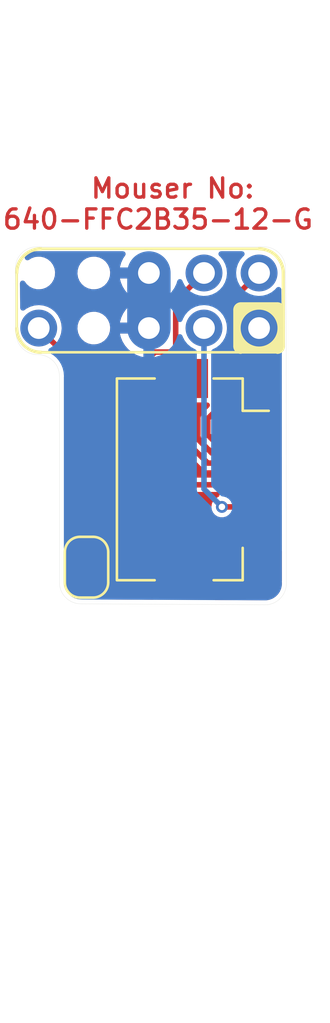
<source format=kicad_pcb>
(kicad_pcb (version 20211014) (generator pcbnew)
  (title_block (title "N64 RGB AMP") (date "2020-12-16") (rev "1.1") (company "TzorriMahm") (comment 3 "https://twitter.com/TzorriMahm") (comment 4 "https://github.com/TzorriMahm"))
  (layers (0 "F.Cu" signal) (31 "B.Cu" signal) (34 "B.Paste" user) (35 "F.Paste" user) (36 "B.SilkS" user "B.Silkscreen") (37 "F.SilkS" user "F.Silkscreen") (38 "B.Mask" user) (39 "F.Mask" user) (44 "Edge.Cuts" user))
  (net 0 "")
  (net 1 "GND")
  (net 2 "/RED_OUT")
  (net 3 "/GREEN_OUT")
  (net 4 "/BLUE_OUT")
  (net 5 "/CSYNC_OUT")
  (net 6 "Composite")
  (footprint "n64_rgb_amp:NintendoMultiAV_FB-gap" (layer "F.Cu") (at 147.355 99.055)
    (fp_text reference "MultiAV1" hide)
    (fp_text value "Nintendo MultiAV" hide)
    (fp_line (start -3.7084 -2.386) (end 6.35 -2.386) (layer "F.SilkS") (width 0.12))
    (fp_line (start 5.234 2.1082) (end 5.234 0.4318) (layer "F.SilkS") (width 0.15))
    (fp_line (start 7.1882 2.386) (end -3.7084 2.386) (layer "F.SilkS") (width 0.12))
    (fp_line (start 7.466 -1.27) (end 7.466 2.1082) (layer "F.SilkS") (width 0.15))
    (fp_line (start 5.5118 0.154) (end 7.2136 0.154) (layer "F.SilkS") (width 0.15))
    (fp_line (start -4.8244 -1.27) (end -4.8244 1.27) (layer "F.SilkS") (width 0.12))
    (fp_arc (start 5.5118 2.386) (mid 5.315366 2.304634) (end 5.234 2.1082) (layer "F.SilkS") (width 0.15))
    (fp_arc (start 5.234 0.4318) (mid 5.315366 0.235366) (end 5.5118 0.154) (layer "F.SilkS") (width 0.15))
    (fp_arc (start -3.7084 2.386) (mid -4.497531 2.059131) (end -4.8244 1.27) (layer "F.SilkS") (width 0.1524))
    (fp_arc (start -4.8244 -1.27) (mid -4.497531 -2.059131) (end -3.7084 -2.386) (layer "F.SilkS") (width 0.1524))
    (fp_arc (start 7.466 2.1082) (mid 7.384634 2.304634) (end 7.1882 2.386) (layer "F.SilkS") (width 0.1524))
    (fp_arc (start 7.1882 0.154) (mid 7.384634 0.235366) (end 7.466 0.4318) (layer "F.SilkS") (width 0.15))
    (fp_arc (start 6.35 -2.386) (mid 7.139131 -2.059131) (end 7.466 -1.27) (layer "F.SilkS") (width 0.1524))
    (fp_circle (center 6.35 1.27) (end 6.35 2.2) (layer "F.SilkS") (width 0.16) (fill none))
    (fp_circle (center 6.35 1.27) (end 6.35 2.356002) (layer "F.SilkS") (width 0.16) (fill none))
    (fp_poly (pts (xy 6.68 0.18) (xy 6.8 0.16) (xy 7.32 0.92) (xy 7.43 0.8) (xy 7.43 0.21) (xy 7.4 0.21)) (layer "F.SilkS") (width 0.15) (fill solid))
    (fp_poly (pts (xy 5.3 1.77) (xy 5.29 1.91) (xy 5.29 2.1) (xy 5.31 2.22) (xy 5.35 2.27) (xy 5.41 2.31) (xy 5.5 2.33) (xy 5.85 2.32)) (layer "F.SilkS") (width 0.15) (fill solid))
    (fp_poly (pts (xy 7.42 1.71) (xy 7.41 2.15) (xy 7.32 2.32) (xy 7.16 2.36) (xy 6.82 2.33)) (layer "F.SilkS") (width 0.15) (fill solid))
    (fp_poly (pts (xy 5.87 0.23) (xy 5.74 0.29) (xy 5.65 0.34) (xy 5.58 0.44) (xy 5.45 0.58) (xy 5.39 0.68) (xy 5.35 0.76) (xy 5.29 0.77) (xy 5.29 0.63) (xy 5.27 0.5) (xy 5.3 0.34) (xy 5.34 0.23) (xy 5.41 0.18) (xy 5.83 0.2)) (layer "F.SilkS") (width 0.15) (fill solid))
    (pad "" np_thru_hole circle (at -1.27 -1.27) (size 1 1) (drill 1) (layers *.Cu *.Mask))
    (pad "" np_thru_hole circle (at -3.81 -1.27) (size 1 1) (drill 1) (layers *.Cu *.Mask))
    (pad "" np_thru_hole oval (at -1.27 1.27) (size 1 1) (drill 1) (layers *.Cu *.Mask))
    (pad "1" thru_hole circle (at 6.35 1.27) (size 1.7 1.7) (drill 1) (layers *.Cu *.Mask) (net 2 "/RED_OUT"))
    (pad "2" thru_hole circle (at 6.35 -1.27) (size 1.7 1.7) (drill 1) (layers *.Cu *.Mask) (net 3 "/GREEN_OUT"))
    (pad "3" thru_hole oval (at 3.81 1.27) (size 1.7 1.7) (drill 1) (layers *.Cu *.Mask) (net 5 "/CSYNC_OUT"))
    (pad "4" thru_hole oval (at 3.81 -1.27) (size 1.7 1.7) (drill 1) (layers *.Cu *.Mask) (net 4 "/BLUE_OUT"))
    (pad "5" thru_hole oval (at 1.27 1.27) (size 1.7 1.7) (drill 1) (layers *.Cu *.Mask) (net 1 "GND"))
    (pad "6" thru_hole oval (at 1.27 -1.27) (size 1.7 1.7) (drill 1) (layers *.Cu *.Mask) (net 1 "GND"))
    (pad "10" thru_hole oval (at -3.81 1.27) (size 1.7 1.7) (drill 1) (layers *.Cu *.Mask) (net 6 "Composite"))
  )
  (footprint "Connector_FFC-FPC:Hirose_FH12-12S-0.5SH_1x12-1MP_P0.50mm_Horizontal" (layer "F.Cu") (at 151.65 107.3 -90)
    (fp_text reference "REF**" hide)
    (fp_text value "Hirose_FH12-12S-0.5SH_1x12-1MP_P0.50mm_Horizontal")
    (fp_line (start 4.65 4.5) (end 4.65 2.76) (layer "F.SilkS") (width 0.12))
    (fp_line (start -3.16 -1.3) (end -3.16 -2.5) (layer "F.SilkS") (width 0.12))
    (fp_line (start -3.16 -1.3) (end -4.65 -1.3) (layer "F.SilkS") (width 0.12))
    (fp_line (start -4.65 2.76) (end -4.65 4.5) (layer "F.SilkS") (width 0.12))
    (fp_line (start -4.65 -1.3) (end -4.65 0.04) (layer "F.SilkS") (width 0.12))
    (fp_line (start -4.65 4.5) (end 4.65 4.5) (layer "F.SilkS") (width 0.12))
    (fp_line (start 3.16 -1.3) (end 4.65 -1.3) (layer "F.SilkS") (width 0.12))
    (fp_line (start 4.65 -1.3) (end 4.65 0.04) (layer "F.SilkS") (width 0.12))
    (pad "1" smd rect (at -2.75 -1.85 270) (size 0.3 1.3) (layers "F.Cu" "F.Paste" "F.Mask"))
    (pad "2" smd rect (at -2.25 -1.85 270) (size 0.3 1.3) (layers "F.Cu" "F.Paste" "F.Mask") (net 1 "GND"))
    (pad "3" smd rect (at -1.75 -1.85 270) (size 0.3 1.3) (layers "F.Cu" "F.Paste" "F.Mask"))
    (pad "4" smd rect (at -1.25 -1.85 270) (size 0.3 1.3) (layers "F.Cu" "F.Paste" "F.Mask") (net 1 "GND"))
    (pad "5" smd rect (at -0.75 -1.85 270) (size 0.3 1.3) (layers "F.Cu" "F.Paste" "F.Mask"))
    (pad "6" smd rect (at -0.25 -1.85 270) (size 0.3 1.3) (layers "F.Cu" "F.Paste" "F.Mask") (net 1 "GND"))
    (pad "7" smd rect (at 0.25 -1.85 270) (size 0.3 1.3) (layers "F.Cu" "F.Paste" "F.Mask"))
    (pad "8" smd rect (at 0.75 -1.85 270) (size 0.3 1.3) (layers "F.Cu" "F.Paste" "F.Mask") (net 1 "GND"))
    (pad "9" smd rect (at 1.25 -1.85 270) (size 0.3 1.3) (layers "F.Cu" "F.Paste" "F.Mask"))
    (pad "10" smd rect (at 1.75 -1.85 270) (size 0.3 1.3) (layers "F.Cu" "F.Paste" "F.Mask") (net 1 "GND"))
    (pad "11" smd rect (at 2.25 -1.85 270) (size 0.3 1.3) (layers "F.Cu" "F.Paste" "F.Mask") (net 1 "GND"))
    (pad "12" smd rect (at 2.75 -1.85 270) (size 0.3 1.3) (layers "F.Cu" "F.Paste" "F.Mask") (net 1 "GND"))
    (pad "MP" smd rect (at 4.65 1.4 270) (size 1.8 2.2) (layers "F.Cu" "F.Paste" "F.Mask"))
    (pad "MP" smd rect (at -4.65 1.4 270) (size 1.8 2.2) (layers "F.Cu" "F.Paste" "F.Mask"))
  )
  (footprint "Jumper:SolderJumper-2_P1.3mm_Open_RoundedPad1.0x1.5mm" (layer "F.Cu") (at 145.75 111.35 90)
    (fp_text reference "REF**" hide)
    (fp_text value "SolderJumper-2_P1.3mm_Open_RoundedPad1.0x1.5mm")
    (fp_line (start -1.4 0.3) (end -1.4 -0.3) (layer "F.SilkS") (width 0.12))
    (fp_line (start 1.4 -0.3) (end 1.4 0.3) (layer "F.SilkS") (width 0.12))
    (fp_line (start 0.7 1) (end -0.7 1) (layer "F.SilkS") (width 0.12))
    (fp_line (start -0.7 -1) (end 0.7 -1) (layer "F.SilkS") (width 0.12))
    (fp_arc (start -1.4 -0.3) (mid -1.194975 -0.794975) (end -0.7 -1) (layer "F.SilkS") (width 0.12))
    (fp_arc (start -0.7 1) (mid -1.194975 0.794975) (end -1.4 0.3) (layer "F.SilkS") (width 0.12))
    (fp_arc (start 1.4 0.3) (mid 1.194975 0.794975) (end 0.7 1) (layer "F.SilkS") (width 0.12))
    (fp_arc (start 0.7 -1) (mid 1.194975 -0.794975) (end 1.4 -0.3) (layer "F.SilkS") (width 0.12))
    (pad "1" smd custom (at -0.65 0 90) (size 1 0.5) (layers "F.Cu" "F.Mask") (options (clearance outline) (anchor rect)) (primitives (gr_circle (center 0 0.25) (end 0.5 0.25) (width 0) (fill yes)) (gr_circle (center 0 -0.25) (end 0.5 -0.25) (width 0) (fill yes)) (gr_poly (pts (xy 0.5 0.75) (xy 0 0.75) (xy 0 -0.75) (xy 0.5 -0.75)) (width 0) (fill yes))))
    (pad "2" smd custom (at 0.65 0 90) (size 1 0.5) (layers "F.Cu" "F.Mask") (options (clearance outline) (anchor rect)) (primitives (gr_circle (center 0 0.25) (end 0.5 0.25) (width 0) (fill yes)) (gr_circle (center 0 -0.25) (end 0.5 -0.25) (width 0) (fill yes)) (gr_poly (pts (xy 0 0.75) (xy -0.5 0.75) (xy -0.5 -0.75) (xy 0 -0.75)) (width 0) (fill yes))))
  )
  (gr_arc (start 145.49 113.039964) (mid 144.789964 112.75) (end 144.5 112.049964) (layer "Edge.Cuts") (width 0.01))
  (gr_arc (start 143.5 101.55) (mid 142.792893 101.257107) (end 142.5 100.55) (layer "Edge.Cuts") (width 0.01))
  (gr_arc (start 153.922893 96.577107) (mid 154.63 96.87) (end 154.922893 97.577107) (layer "Edge.Cuts") (width 0.01))
  (gr_arc (start 142.467107 97.577107) (mid 142.76 96.87) (end 143.467107 96.577107) (layer "Edge.Cuts") (width 0.01))
  (gr_arc (start 154.96 112.01) (mid 154.732149 112.732644) (end 154.060046 113.082505) (layer "Edge.Cuts") (width 0.01))
  (gr_line (start 142.467107 97.577107) (end 142.5 100.54) (layer "Edge.Cuts") (width 0.01))
  (gr_line (start 144.499964 102.540036) (end 144.5 112.049964) (layer "Edge.Cuts") (width 0.01))
  (gr_line (start 143.467107 96.577107) (end 153.922893 96.577107) (layer "Edge.Cuts") (width 0.01))
  (gr_line (start 154.922893 97.577107) (end 154.955786 100.54) (layer "Edge.Cuts") (width 0.01))
  (gr_line (start 154.060046 113.082505) (end 145.49 113.039964) (layer "Edge.Cuts") (width 0.01))
  (gr_line (start 154.955786 100.54) (end 154.96 112.01) (layer "Edge.Cuts") (width 0.01))
  (gr_arc (start 143.509964 101.550036) (mid 144.21 101.84) (end 144.499964 102.540036) (layer "Edge.Cuts") (width 0.01))
  (gr_text " Mouser No:\n640-FFC2B35-12-G " (at 149.38 94.6) (layer "F.Cu") (effects (font (size 0.889 0.889) (thickness 0.1524))))
  (segment (start 146.56 112) (end 148.72 109.84) (width 0.254) (layer "F.Cu") (net 0))
  (segment (start 145.75 112) (end 146.56 112) (width 0.254) (layer "F.Cu") (net 0))
  (segment (start 148.72 109.84) (end 148.8 109.76) (width 0.254) (layer "F.Cu") (net 0))
  (segment (start 148.8 109.76) (end 148.8 108.85) (width 0.254) (layer "F.Cu") (net 0))
  (segment (start 153.48 105.07) (end 153.5 105.05) (width 0.254) (layer "F.Cu") (net 1))
  (segment (start 148.625 97.785) (end 148.625 100.325) (width 2) (layer "B.Cu") (net 1))
  (segment (start 154.45 103.9) (end 154.45 104.27) (width 0.254) (layer "F.Cu") (net 2))
  (segment (start 154.17 104.55) (end 153.5 104.55) (width 0.254) (layer "F.Cu") (net 2))
  (segment (start 154.45 104.27) (end 154.17 104.55) (width 0.254) (layer "F.Cu") (net 2))
  (segment (start 153.705 103.155) (end 154.45 103.9) (width 0.254) (layer "F.Cu") (net 2))
  (segment (start 153.705 100.325) (end 153.705 103.155) (width 0.254) (layer "F.Cu") (net 2))
  (segment (start 153.705 97.785) (end 152.35 99.14) (width 0.254) (layer "F.Cu") (net 3))
  (segment (start 152.35 99.14) (end 152.35 103.49) (width 0.254) (layer "F.Cu") (net 3))
  (segment (start 151.34 105.25) (end 151.64 105.55) (width 0.254) (layer "F.Cu") (net 3))
  (segment (start 152.35 103.49) (end 151.34 104.5) (width 0.254) (layer "F.Cu") (net 3))
  (segment (start 151.34 104.5) (end 151.34 105.25) (width 0.254) (layer "F.Cu") (net 3))
  (segment (start 151.64 105.55) (end 153.5 105.55) (width 0.254) (layer "F.Cu") (net 3))
  (segment (start 151.34 106.55) (end 153.5 106.55) (width 0.254) (layer "F.Cu") (net 4))
  (segment (start 149.61 101.43) (end 148.91 101.43) (width 0.254) (layer "F.Cu") (net 4))
  (segment (start 148.09 103.3) (end 151.34 106.55) (width 0.254) (layer "F.Cu") (net 4))
  (segment (start 149.86 99.09) (end 149.86 101.18) (width 0.254) (layer "F.Cu") (net 4))
  (segment (start 149.86 101.18) (end 149.61 101.43) (width 0.254) (layer "F.Cu") (net 4))
  (segment (start 148.09 102.25) (end 148.09 103.3) (width 0.254) (layer "F.Cu") (net 4))
  (segment (start 151.165 97.785) (end 149.86 99.09) (width 0.254) (layer "F.Cu") (net 4))
  (segment (start 148.91 101.43) (end 148.09 102.25) (width 0.254) (layer "F.Cu") (net 4))
  (segment (start 151.99 108.57) (end 153.48 108.57) (width 0.254) (layer "F.Cu") (net 5))
  (segment (start 153.48 108.57) (end 153.5 108.55) (width 0.254) (layer "F.Cu") (net 5))
  (via (at 151.99 108.57) (size 0.55) (drill 0.3) (layers "F.Cu" "B.Cu") (net 5))
  (segment (start 151.165 100.325) (end 151.165 107.745) (width 0.254) (layer "B.Cu") (net 5))
  (segment (start 151.165 107.745) (end 151.99 108.57) (width 0.254) (layer "B.Cu") (net 5))
  (segment (start 145.75 102.53) (end 145.75 110.7) (width 0.254) (layer "F.Cu") (net 6))
  (segment (start 143.545 100.325) (end 145.75 102.53) (width 0.254) (layer "F.Cu") (net 6))
  (segment (start 148.8 108.85) (end 150.1 107.55) (width 0.254) (layer "F.Cu") (net 6))
  (segment (start 150.1 107.55) (end 153.5 107.55) (width 0.254) (layer "F.Cu") (net 6))
  (zone (net 1) (net_name "GND") (layer "F.Cu") (connect_pads (clearance 0.2032)) (min_thickness 0.254) (fill yes (thermal_gap 0.508) (thermal_bridge_width 0.508))
    (polygon (pts (xy 155.78 96.36) (xy 156.01 113.45) (xy 141.76 113.59) (xy 141.95 96.34)))
  )
  (zone (net 1) (net_name "GND") (layer "B.Cu") (connect_pads (clearance 0.2032)) (min_thickness 0.254) (fill yes (thermal_gap 0.508) (thermal_bridge_width 0.508))
    (polygon (pts (xy 155.77 96.36) (xy 156.01 113.45) (xy 141.76 113.58) (xy 141.95 96.35)))
  )
)
</source>
